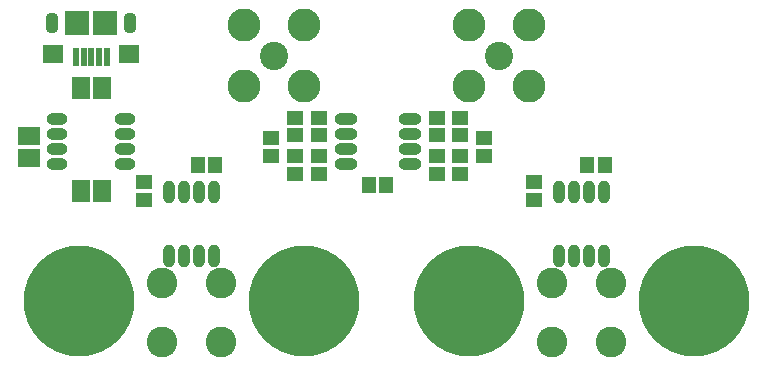
<source format=gbr>
G04 #@! TF.GenerationSoftware,KiCad,Pcbnew,(5.0.0-rc2-204-g01c2d93a8)*
G04 #@! TF.CreationDate,2018-06-27T22:36:21-05:00*
G04 #@! TF.ProjectId,hall-current-probe,68616C6C2D63757272656E742D70726F,rev?*
G04 #@! TF.SameCoordinates,Original*
G04 #@! TF.FileFunction,Soldermask,Top*
G04 #@! TF.FilePolarity,Negative*
%FSLAX46Y46*%
G04 Gerber Fmt 4.6, Leading zero omitted, Abs format (unit mm)*
G04 Created by KiCad (PCBNEW (5.0.0-rc2-204-g01c2d93a8)) date Wed Jun 27 22:36:21 2018*
%MOMM*%
%LPD*%
G01*
G04 APERTURE LIST*
%ADD10C,2.600000*%
%ADD11C,1.400000*%
%ADD12C,9.400000*%
%ADD13O,1.800000X1.000000*%
%ADD14C,2.800000*%
%ADD15C,2.400000*%
%ADD16R,1.800000X1.600000*%
%ADD17R,2.100000X2.100000*%
%ADD18R,0.600000X1.550000*%
%ADD19O,1.100000X1.800000*%
%ADD20R,1.550000X1.850000*%
%ADD21O,1.000000X1.950000*%
%ADD22R,1.350000X1.300000*%
%ADD23R,1.300000X1.350000*%
%ADD24R,1.850000X1.550000*%
%ADD25R,1.400000X1.250000*%
%ADD26O,1.950000X1.000000*%
G04 APERTURE END LIST*
D10*
G04 #@! TO.C,J4*
X13000000Y-23500000D03*
X13000000Y-28500000D03*
X18000000Y-28500000D03*
X18000000Y-23500000D03*
G04 #@! TD*
G04 #@! TO.C,J5*
X51000000Y-23500000D03*
X51000000Y-28500000D03*
X46000000Y-28500000D03*
X46000000Y-23500000D03*
G04 #@! TD*
D11*
G04 #@! TO.C,MP4*
X59750000Y-21968911D03*
X56250000Y-21968911D03*
X54500000Y-25000000D03*
X56250000Y-28031089D03*
X59750000Y-28031089D03*
X61500000Y-25000000D03*
D12*
X58000000Y-25000000D03*
G04 #@! TD*
G04 #@! TO.C,MP1*
X6000000Y-25000000D03*
D11*
X9500000Y-25000000D03*
X7750000Y-28031089D03*
X4250000Y-28031089D03*
X2500000Y-25000000D03*
X4250000Y-21968911D03*
X7750000Y-21968911D03*
G04 #@! TD*
G04 #@! TO.C,MP2*
X26750000Y-21968911D03*
X23250000Y-21968911D03*
X21500000Y-25000000D03*
X23250000Y-28031089D03*
X26750000Y-28031089D03*
X28500000Y-25000000D03*
D12*
X25000000Y-25000000D03*
G04 #@! TD*
G04 #@! TO.C,MP3*
X39000000Y-25000000D03*
D11*
X42500000Y-25000000D03*
X40750000Y-28031089D03*
X37250000Y-28031089D03*
X35500000Y-25000000D03*
X37250000Y-21968911D03*
X40750000Y-21968911D03*
G04 #@! TD*
D13*
G04 #@! TO.C,U4*
X4100000Y-9595000D03*
X4100000Y-10865000D03*
X4100000Y-12135000D03*
X4100000Y-13405000D03*
X9900000Y-13405000D03*
X9900000Y-12135000D03*
X9900000Y-10865000D03*
X9900000Y-9595000D03*
G04 #@! TD*
D14*
G04 #@! TO.C,J2*
X19950000Y-1700000D03*
X25050000Y-1700000D03*
X19950000Y-6800000D03*
X25050000Y-6800000D03*
D15*
X22500000Y-4250000D03*
G04 #@! TD*
G04 #@! TO.C,J3*
X41500000Y-4250000D03*
D14*
X44050000Y-6800000D03*
X38950000Y-6800000D03*
X44050000Y-1700000D03*
X38950000Y-1700000D03*
G04 #@! TD*
D16*
G04 #@! TO.C,J1*
X3800000Y-4150000D03*
X10200000Y-4150000D03*
D17*
X5800000Y-1500000D03*
X8200000Y-1500000D03*
D18*
X5700000Y-4375000D03*
X6350000Y-4375000D03*
X7000000Y-4375000D03*
X7650000Y-4375000D03*
X8300000Y-4375000D03*
D19*
X3700000Y-1500000D03*
X10300000Y-1500000D03*
G04 #@! TD*
D20*
G04 #@! TO.C,C8*
X7900000Y-7000000D03*
X6100000Y-7000000D03*
G04 #@! TD*
G04 #@! TO.C,C9*
X6100000Y-15750000D03*
X7900000Y-15750000D03*
G04 #@! TD*
D21*
G04 #@! TO.C,U1*
X13595000Y-15800000D03*
X14865000Y-15800000D03*
X16135000Y-15800000D03*
X17405000Y-15800000D03*
X17405000Y-21200000D03*
X16135000Y-21200000D03*
X14865000Y-21200000D03*
X13595000Y-21200000D03*
G04 #@! TD*
G04 #@! TO.C,U2*
X46595000Y-21200000D03*
X47865000Y-21200000D03*
X49135000Y-21200000D03*
X50405000Y-21200000D03*
X50405000Y-15800000D03*
X49135000Y-15800000D03*
X47865000Y-15800000D03*
X46595000Y-15800000D03*
G04 #@! TD*
D22*
G04 #@! TO.C,C1*
X26250000Y-12750000D03*
X26250000Y-14250000D03*
G04 #@! TD*
D23*
G04 #@! TO.C,C6*
X50500000Y-13500000D03*
X49000000Y-13500000D03*
G04 #@! TD*
G04 #@! TO.C,C10*
X30500000Y-15250000D03*
X32000000Y-15250000D03*
G04 #@! TD*
D22*
G04 #@! TO.C,C5*
X44500000Y-15000000D03*
X44500000Y-16500000D03*
G04 #@! TD*
G04 #@! TO.C,C4*
X36250000Y-12750000D03*
X36250000Y-14250000D03*
G04 #@! TD*
D23*
G04 #@! TO.C,C3*
X17500000Y-13500000D03*
X16000000Y-13500000D03*
G04 #@! TD*
D22*
G04 #@! TO.C,C2*
X11500000Y-16500000D03*
X11500000Y-15000000D03*
G04 #@! TD*
D24*
G04 #@! TO.C,C7*
X1750000Y-11100000D03*
X1750000Y-12900000D03*
G04 #@! TD*
D25*
G04 #@! TO.C,R8*
X36250000Y-11000000D03*
X36250000Y-9500000D03*
G04 #@! TD*
G04 #@! TO.C,R7*
X38250000Y-11000000D03*
X38250000Y-9500000D03*
G04 #@! TD*
G04 #@! TO.C,R6*
X40250000Y-11250000D03*
X40250000Y-12750000D03*
G04 #@! TD*
G04 #@! TO.C,R5*
X38250000Y-12750000D03*
X38250000Y-14250000D03*
G04 #@! TD*
G04 #@! TO.C,R4*
X26250000Y-11000000D03*
X26250000Y-9500000D03*
G04 #@! TD*
G04 #@! TO.C,R3*
X24250000Y-9500000D03*
X24250000Y-11000000D03*
G04 #@! TD*
G04 #@! TO.C,R2*
X22250000Y-11250000D03*
X22250000Y-12750000D03*
G04 #@! TD*
G04 #@! TO.C,R1*
X24250000Y-12750000D03*
X24250000Y-14250000D03*
G04 #@! TD*
D26*
G04 #@! TO.C,U3*
X28550000Y-9595000D03*
X28550000Y-10865000D03*
X28550000Y-12135000D03*
X28550000Y-13405000D03*
X33950000Y-13405000D03*
X33950000Y-12135000D03*
X33950000Y-10865000D03*
X33950000Y-9595000D03*
G04 #@! TD*
M02*

</source>
